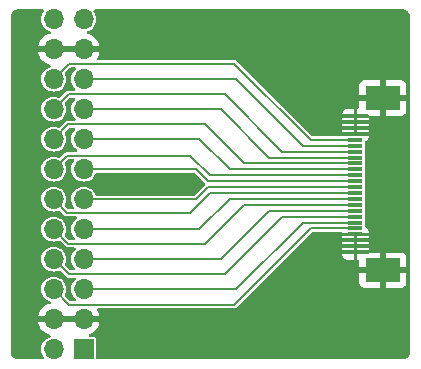
<source format=gbr>
%TF.GenerationSoftware,KiCad,Pcbnew,8.0.3-8.0.3-0~ubuntu23.10.1*%
%TF.CreationDate,2024-10-20T15:16:08-04:00*%
%TF.ProjectId,24Pin,32345069-6e2e-46b6-9963-61645f706362,rev?*%
%TF.SameCoordinates,Original*%
%TF.FileFunction,Copper,L1,Top*%
%TF.FilePolarity,Positive*%
%FSLAX46Y46*%
G04 Gerber Fmt 4.6, Leading zero omitted, Abs format (unit mm)*
G04 Created by KiCad (PCBNEW 8.0.3-8.0.3-0~ubuntu23.10.1) date 2024-10-20 15:16:08*
%MOMM*%
%LPD*%
G01*
G04 APERTURE LIST*
%TA.AperFunction,SMDPad,CuDef*%
%ADD10R,1.250000X0.300000*%
%TD*%
%TA.AperFunction,SMDPad,CuDef*%
%ADD11R,3.000000X2.000000*%
%TD*%
%TA.AperFunction,ComponentPad*%
%ADD12R,1.700000X1.700000*%
%TD*%
%TA.AperFunction,ComponentPad*%
%ADD13O,1.700000X1.700000*%
%TD*%
%TA.AperFunction,ViaPad*%
%ADD14C,0.600000*%
%TD*%
%TA.AperFunction,Conductor*%
%ADD15C,0.200000*%
%TD*%
G04 APERTURE END LIST*
D10*
%TO.P,J2,1,Pin_1*%
%TO.N,GND*%
X138650000Y-95750000D03*
%TO.P,J2,2,Pin_2*%
X138650000Y-95250000D03*
%TO.P,J2,3,Pin_3*%
X138650000Y-94750000D03*
%TO.P,J2,4,Pin_4*%
X138650000Y-94250000D03*
%TO.P,J2,5,Pin_5*%
%TO.N,/IN0-*%
X138650000Y-93750000D03*
%TO.P,J2,6,Pin_6*%
%TO.N,/IN0+*%
X138650000Y-93250000D03*
%TO.P,J2,7,Pin_7*%
%TO.N,/IN1+*%
X138650000Y-92750000D03*
%TO.P,J2,8,Pin_8*%
%TO.N,/IN1-*%
X138650000Y-92250000D03*
%TO.P,J2,9,Pin_9*%
%TO.N,/IN2-*%
X138650000Y-91750000D03*
%TO.P,J2,10,Pin_10*%
%TO.N,/IN2+*%
X138650000Y-91250000D03*
%TO.P,J2,11,Pin_11*%
%TO.N,/IN3+*%
X138650000Y-90750000D03*
%TO.P,J2,12,Pin_12*%
%TO.N,/IN3-*%
X138650000Y-90250000D03*
%TO.P,J2,13,Pin_13*%
%TO.N,/IN4+*%
X138650000Y-89750000D03*
%TO.P,J2,14,Pin_14*%
%TO.N,/IN4-*%
X138650000Y-89250000D03*
%TO.P,J2,15,Pin_15*%
%TO.N,/IN5-*%
X138650000Y-88750000D03*
%TO.P,J2,16,Pin_16*%
%TO.N,/IN5+*%
X138650000Y-88250000D03*
%TO.P,J2,17,Pin_17*%
%TO.N,/IN6+*%
X138650000Y-87750000D03*
%TO.P,J2,18,Pin_18*%
%TO.N,/IN6-*%
X138650000Y-87250000D03*
%TO.P,J2,19,Pin_19*%
%TO.N,/IN7-*%
X138650000Y-86750000D03*
%TO.P,J2,20,Pin_20*%
%TO.N,/IN7+*%
X138650000Y-86250000D03*
%TO.P,J2,21,Pin_21*%
%TO.N,GND*%
X138650000Y-85750000D03*
%TO.P,J2,22,Pin_22*%
X138650000Y-85250000D03*
%TO.P,J2,23,Pin_23*%
X138650000Y-84750000D03*
%TO.P,J2,24,Pin_24*%
X138650000Y-84250000D03*
D11*
%TO.P,J2,MP,MountPin*%
X140975000Y-97290000D03*
X140975000Y-82710000D03*
%TD*%
D12*
%TO.P,J1,1,Pin_1*%
%TO.N,/SDA{slash}A4*%
X115650000Y-103975000D03*
D13*
%TO.P,J1,2,Pin_2*%
%TO.N,/SCL{slash}A5*%
X113110000Y-103975000D03*
%TO.P,J1,3,Pin_3*%
%TO.N,GND*%
X115650000Y-101435000D03*
%TO.P,J1,4,Pin_4*%
X113110000Y-101435000D03*
%TO.P,J1,5,Pin_5*%
%TO.N,/IN0+*%
X115650000Y-98895000D03*
%TO.P,J1,6,Pin_6*%
%TO.N,/IN0-*%
X113110000Y-98895000D03*
%TO.P,J1,7,Pin_7*%
%TO.N,/IN1-*%
X115650000Y-96355000D03*
%TO.P,J1,8,Pin_8*%
%TO.N,/IN1+*%
X113110000Y-96355000D03*
%TO.P,J1,9,Pin_9*%
%TO.N,/IN2+*%
X115650000Y-93815000D03*
%TO.P,J1,10,Pin_10*%
%TO.N,/IN2-*%
X113110000Y-93815000D03*
%TO.P,J1,11,Pin_11*%
%TO.N,/IN3-*%
X115650000Y-91275000D03*
%TO.P,J1,12,Pin_12*%
%TO.N,/IN3+*%
X113110000Y-91275000D03*
%TO.P,J1,13,Pin_13*%
%TO.N,/IN4+*%
X115650000Y-88735000D03*
%TO.P,J1,14,Pin_14*%
%TO.N,/IN4-*%
X113110000Y-88735000D03*
%TO.P,J1,15,Pin_15*%
%TO.N,/IN5-*%
X115650000Y-86195000D03*
%TO.P,J1,16,Pin_16*%
%TO.N,/IN5+*%
X113110000Y-86195000D03*
%TO.P,J1,17,Pin_17*%
%TO.N,/IN6+*%
X115650000Y-83655000D03*
%TO.P,J1,18,Pin_18*%
%TO.N,/IN6-*%
X113110000Y-83655000D03*
%TO.P,J1,19,Pin_19*%
%TO.N,/IN7-*%
X115650000Y-81115000D03*
%TO.P,J1,20,Pin_20*%
%TO.N,/IN7+*%
X113110000Y-81115000D03*
%TO.P,J1,21,Pin_21*%
%TO.N,GND*%
X115650000Y-78575000D03*
%TO.P,J1,22,Pin_22*%
X113110000Y-78575000D03*
%TO.P,J1,23,Pin_23*%
%TO.N,/A0*%
X115650000Y-76035000D03*
%TO.P,J1,24,Pin_24*%
%TO.N,VIN*%
X113110000Y-76035000D03*
%TD*%
D14*
%TO.N,GND*%
X142057618Y-102480000D03*
X142057618Y-99940000D03*
X142057618Y-94860000D03*
X142057618Y-92320000D03*
X142057618Y-89780000D03*
X142057618Y-87240000D03*
X142057618Y-84700000D03*
X142057618Y-79620000D03*
X142057618Y-77080000D03*
X139517618Y-102480000D03*
X139517618Y-99940000D03*
X139517618Y-79620000D03*
X139517618Y-77080000D03*
X136977618Y-102480000D03*
X136977618Y-97400000D03*
X136977618Y-79620000D03*
X136977618Y-77080000D03*
X134437618Y-102480000D03*
X134437618Y-99940000D03*
X134437618Y-97400000D03*
X134437618Y-82160000D03*
X134437618Y-77080000D03*
X131897618Y-102480000D03*
X131897618Y-99940000D03*
X131897618Y-79620000D03*
X131897618Y-77080000D03*
X129357618Y-102480000D03*
X129357618Y-77080000D03*
X126817618Y-102480000D03*
X126817618Y-77080000D03*
X124277618Y-102480000D03*
X124277618Y-77080000D03*
X121737618Y-102480000D03*
X121737618Y-77080000D03*
X119197618Y-102480000D03*
X119197618Y-77080000D03*
X111577618Y-102480000D03*
X111577618Y-99940000D03*
X111577618Y-97400000D03*
X111577618Y-94860000D03*
X111577618Y-92320000D03*
X111577618Y-89780000D03*
X111577618Y-87240000D03*
X111577618Y-84700000D03*
X111577618Y-82160000D03*
X111577618Y-79620000D03*
X111577618Y-77080000D03*
X119000000Y-90000000D03*
X122000000Y-90000000D03*
X125000000Y-90000000D03*
X137000000Y-95000000D03*
X137000000Y-85000000D03*
%TD*%
D15*
%TO.N,/IN3+*%
X126310000Y-90750000D02*
X124635000Y-92425000D01*
X114260000Y-92425000D02*
X113110000Y-91275000D01*
X124635000Y-92425000D02*
X114260000Y-92425000D01*
X138650000Y-90750000D02*
X126310000Y-90750000D01*
%TO.N,/IN2+*%
X138650000Y-91250000D02*
X128000000Y-91250000D01*
X125435000Y-93815000D02*
X115650000Y-93815000D01*
X128000000Y-91250000D02*
X125435000Y-93815000D01*
%TO.N,/IN0+*%
X128545000Y-98895000D02*
X115650000Y-98895000D01*
X138650000Y-93250000D02*
X134190000Y-93250000D01*
X134190000Y-93250000D02*
X128545000Y-98895000D01*
%TO.N,/IN5-*%
X125435000Y-86185000D02*
X115650000Y-86185000D01*
X138650000Y-88750000D02*
X128000000Y-88750000D01*
X128000000Y-88750000D02*
X125435000Y-86185000D01*
%TO.N,/IN6-*%
X113110000Y-83645000D02*
X114365000Y-82390000D01*
X127610000Y-82390000D02*
X132470000Y-87250000D01*
X132470000Y-87250000D02*
X138650000Y-87250000D01*
X114365000Y-82390000D02*
X127610000Y-82390000D01*
%TO.N,/IN3-*%
X115650000Y-91275000D02*
X125125000Y-91275000D01*
X126150000Y-90250000D02*
X138650000Y-90250000D01*
X125125000Y-91275000D02*
X126150000Y-90250000D01*
%TO.N,/IN1+*%
X114365000Y-97610000D02*
X127610000Y-97610000D01*
X113110000Y-96355000D02*
X114365000Y-97610000D01*
X127610000Y-97610000D02*
X132470000Y-92750000D01*
X132470000Y-92750000D02*
X138650000Y-92750000D01*
%TO.N,GND*%
X113110000Y-78575000D02*
X115650000Y-78575000D01*
X115650000Y-101425000D02*
X134345000Y-101425000D01*
X115650000Y-101435000D02*
X113110000Y-101435000D01*
X134345000Y-78575000D02*
X138650000Y-82880000D01*
X113110000Y-101425000D02*
X115650000Y-101425000D01*
X134345000Y-101425000D02*
X138650000Y-97120000D01*
X115650000Y-78575000D02*
X134345000Y-78575000D01*
X138650000Y-97120000D02*
X138650000Y-94250000D01*
X138650000Y-82880000D02*
X138650000Y-85750000D01*
%TO.N,/IN5+*%
X129210000Y-88250000D02*
X138650000Y-88250000D01*
X114355000Y-84940000D02*
X125900000Y-84940000D01*
X125900000Y-84940000D02*
X129210000Y-88250000D01*
X113110000Y-86185000D02*
X114355000Y-84940000D01*
%TO.N,/IN6+*%
X138650000Y-87750000D02*
X131370000Y-87750000D01*
X131370000Y-87750000D02*
X127265000Y-83645000D01*
X127265000Y-83645000D02*
X115650000Y-83645000D01*
%TO.N,/IN4+*%
X115650000Y-88725000D02*
X125125000Y-88725000D01*
X126150000Y-89750000D02*
X138650000Y-89750000D01*
X125125000Y-88725000D02*
X126150000Y-89750000D01*
%TO.N,/IN7+*%
X128410000Y-79800000D02*
X134860000Y-86250000D01*
X114415000Y-79800000D02*
X128410000Y-79800000D01*
X134860000Y-86250000D02*
X138650000Y-86250000D01*
X113110000Y-81105000D02*
X114415000Y-79800000D01*
%TO.N,/IN4-*%
X138650000Y-89250000D02*
X126310000Y-89250000D01*
X124635000Y-87575000D02*
X114260000Y-87575000D01*
X126310000Y-89250000D02*
X124635000Y-87575000D01*
X114260000Y-87575000D02*
X113110000Y-88725000D01*
%TO.N,/IN1-*%
X131370000Y-92250000D02*
X127265000Y-96355000D01*
X127265000Y-96355000D02*
X115650000Y-96355000D01*
X138650000Y-92250000D02*
X131370000Y-92250000D01*
%TO.N,/IN2-*%
X114355000Y-95060000D02*
X125900000Y-95060000D01*
X129210000Y-91750000D02*
X138650000Y-91750000D01*
X125900000Y-95060000D02*
X129210000Y-91750000D01*
X113110000Y-93815000D02*
X114355000Y-95060000D01*
%TO.N,/IN0-*%
X134860000Y-93750000D02*
X138650000Y-93750000D01*
X128410000Y-100200000D02*
X134860000Y-93750000D01*
X114415000Y-100200000D02*
X128410000Y-100200000D01*
X113110000Y-98895000D02*
X114415000Y-100200000D01*
%TO.N,/IN7-*%
X138650000Y-86750000D02*
X134190000Y-86750000D01*
X128545000Y-81105000D02*
X115650000Y-81105000D01*
X134190000Y-86750000D02*
X128545000Y-81105000D01*
%TD*%
%TA.AperFunction,Conductor*%
%TO.N,GND*%
G36*
X112236643Y-75225185D02*
G01*
X112282398Y-75277989D01*
X112292342Y-75347147D01*
X112265458Y-75408164D01*
X112232317Y-75448546D01*
X112134769Y-75631043D01*
X112134768Y-75631045D01*
X112134768Y-75631046D01*
X112127898Y-75653692D01*
X112074699Y-75829067D01*
X112054417Y-76035000D01*
X112074699Y-76240932D01*
X112074700Y-76240934D01*
X112134768Y-76438954D01*
X112232315Y-76621450D01*
X112232317Y-76621452D01*
X112363589Y-76781410D01*
X112460209Y-76860702D01*
X112523550Y-76912685D01*
X112706046Y-77010232D01*
X112772551Y-77030405D01*
X112830989Y-77068702D01*
X112859446Y-77132514D01*
X112848887Y-77201581D01*
X112802663Y-77253975D01*
X112768650Y-77268841D01*
X112646514Y-77301567D01*
X112646507Y-77301570D01*
X112432422Y-77401399D01*
X112432420Y-77401400D01*
X112238926Y-77536886D01*
X112238920Y-77536891D01*
X112071891Y-77703920D01*
X112071886Y-77703926D01*
X111936400Y-77897420D01*
X111936399Y-77897422D01*
X111836570Y-78111507D01*
X111836567Y-78111513D01*
X111779364Y-78324999D01*
X111779364Y-78325000D01*
X112676988Y-78325000D01*
X112644075Y-78382007D01*
X112610000Y-78509174D01*
X112610000Y-78640826D01*
X112644075Y-78767993D01*
X112676988Y-78825000D01*
X111779364Y-78825000D01*
X111836567Y-79038486D01*
X111836570Y-79038492D01*
X111936399Y-79252578D01*
X112071894Y-79446082D01*
X112238917Y-79613105D01*
X112432421Y-79748600D01*
X112646507Y-79848429D01*
X112646516Y-79848433D01*
X112768649Y-79881158D01*
X112828310Y-79917523D01*
X112858839Y-79980369D01*
X112850545Y-80049745D01*
X112806059Y-80103623D01*
X112772552Y-80119593D01*
X112706046Y-80139767D01*
X112606898Y-80192764D01*
X112523550Y-80237315D01*
X112523548Y-80237316D01*
X112523547Y-80237317D01*
X112363589Y-80368589D01*
X112232317Y-80528547D01*
X112134769Y-80711043D01*
X112074699Y-80909067D01*
X112054417Y-81115000D01*
X112074699Y-81320932D01*
X112100689Y-81406610D01*
X112134768Y-81518954D01*
X112232315Y-81701450D01*
X112232317Y-81701452D01*
X112363589Y-81861410D01*
X112443991Y-81927393D01*
X112523550Y-81992685D01*
X112706046Y-82090232D01*
X112904066Y-82150300D01*
X112904065Y-82150300D01*
X112922529Y-82152118D01*
X113110000Y-82170583D01*
X113315934Y-82150300D01*
X113513954Y-82090232D01*
X113696450Y-81992685D01*
X113856410Y-81861410D01*
X113987685Y-81701450D01*
X114085232Y-81518954D01*
X114145300Y-81320934D01*
X114165583Y-81115000D01*
X114145300Y-80909066D01*
X114085232Y-80711046D01*
X114074137Y-80690290D01*
X114059895Y-80621889D01*
X114084893Y-80556645D01*
X114095806Y-80544163D01*
X114503152Y-80136819D01*
X114564475Y-80103334D01*
X114590833Y-80100500D01*
X114883702Y-80100500D01*
X114950741Y-80120185D01*
X114996496Y-80172989D01*
X115006440Y-80242147D01*
X114977415Y-80305703D01*
X114962366Y-80320354D01*
X114903589Y-80368589D01*
X114772317Y-80528547D01*
X114674769Y-80711043D01*
X114614699Y-80909067D01*
X114594417Y-81115000D01*
X114614699Y-81320932D01*
X114640689Y-81406610D01*
X114674768Y-81518954D01*
X114772315Y-81701450D01*
X114772317Y-81701452D01*
X114903590Y-81861410D01*
X114913626Y-81869647D01*
X114952960Y-81927393D01*
X114954831Y-81997238D01*
X114918643Y-82057006D01*
X114855887Y-82087722D01*
X114834961Y-82089500D01*
X114325438Y-82089500D01*
X114287224Y-82099739D01*
X114249009Y-82109979D01*
X114249004Y-82109982D01*
X114180495Y-82149535D01*
X114180487Y-82149541D01*
X113667810Y-82662218D01*
X113606487Y-82695703D01*
X113536795Y-82690719D01*
X113521675Y-82683895D01*
X113513957Y-82679769D01*
X113513954Y-82679768D01*
X113315934Y-82619700D01*
X113315932Y-82619699D01*
X113315934Y-82619699D01*
X113110000Y-82599417D01*
X112904067Y-82619699D01*
X112706043Y-82679769D01*
X112617220Y-82727247D01*
X112523550Y-82777315D01*
X112523548Y-82777316D01*
X112523547Y-82777317D01*
X112363589Y-82908589D01*
X112232317Y-83068547D01*
X112134769Y-83251043D01*
X112074699Y-83449067D01*
X112054417Y-83655000D01*
X112074699Y-83860932D01*
X112100689Y-83946610D01*
X112134768Y-84058954D01*
X112232315Y-84241450D01*
X112232317Y-84241452D01*
X112363589Y-84401410D01*
X112403663Y-84434297D01*
X112523550Y-84532685D01*
X112706046Y-84630232D01*
X112904066Y-84690300D01*
X112904065Y-84690300D01*
X112922529Y-84692118D01*
X113110000Y-84710583D01*
X113315934Y-84690300D01*
X113513954Y-84630232D01*
X113696450Y-84532685D01*
X113856410Y-84401410D01*
X113987685Y-84241450D01*
X114085232Y-84058954D01*
X114145300Y-83860934D01*
X114165583Y-83655000D01*
X114145300Y-83449066D01*
X114085232Y-83251046D01*
X114074137Y-83230290D01*
X114059895Y-83161889D01*
X114084893Y-83096645D01*
X114095806Y-83084164D01*
X114453152Y-82726819D01*
X114514475Y-82693334D01*
X114540833Y-82690500D01*
X114822776Y-82690500D01*
X114889815Y-82710185D01*
X114935570Y-82762989D01*
X114945514Y-82832147D01*
X114916489Y-82895703D01*
X114907788Y-82904173D01*
X114907897Y-82904282D01*
X114903592Y-82908586D01*
X114772317Y-83068547D01*
X114674769Y-83251043D01*
X114614699Y-83449067D01*
X114594417Y-83655000D01*
X114614699Y-83860932D01*
X114640689Y-83946610D01*
X114674768Y-84058954D01*
X114772315Y-84241450D01*
X114772317Y-84241452D01*
X114903590Y-84401410D01*
X114925811Y-84419647D01*
X114965145Y-84477393D01*
X114967016Y-84547237D01*
X114930828Y-84607006D01*
X114868072Y-84637721D01*
X114847146Y-84639500D01*
X114315438Y-84639500D01*
X114277224Y-84649739D01*
X114239009Y-84659979D01*
X114239008Y-84659980D01*
X114186493Y-84690300D01*
X114170492Y-84699538D01*
X114170486Y-84699542D01*
X113667810Y-85202218D01*
X113606487Y-85235703D01*
X113536795Y-85230719D01*
X113521675Y-85223895D01*
X113513957Y-85219769D01*
X113513954Y-85219768D01*
X113315934Y-85159700D01*
X113315932Y-85159699D01*
X113315934Y-85159699D01*
X113110000Y-85139417D01*
X112904067Y-85159699D01*
X112706043Y-85219769D01*
X112617220Y-85267247D01*
X112523550Y-85317315D01*
X112523548Y-85317316D01*
X112523547Y-85317317D01*
X112363589Y-85448589D01*
X112232317Y-85608547D01*
X112134769Y-85791043D01*
X112074699Y-85989067D01*
X112054417Y-86195000D01*
X112074699Y-86400932D01*
X112100689Y-86486610D01*
X112134768Y-86598954D01*
X112232315Y-86781450D01*
X112266969Y-86823677D01*
X112363589Y-86941410D01*
X112460209Y-87020702D01*
X112523550Y-87072685D01*
X112706046Y-87170232D01*
X112904066Y-87230300D01*
X112904065Y-87230300D01*
X112922529Y-87232118D01*
X113110000Y-87250583D01*
X113315934Y-87230300D01*
X113513954Y-87170232D01*
X113696450Y-87072685D01*
X113856410Y-86941410D01*
X113987685Y-86781450D01*
X114085232Y-86598954D01*
X114145300Y-86400934D01*
X114165583Y-86195000D01*
X114145300Y-85989066D01*
X114085232Y-85791046D01*
X114074137Y-85770290D01*
X114059895Y-85701889D01*
X114084893Y-85636645D01*
X114095806Y-85624164D01*
X114443152Y-85276819D01*
X114504475Y-85243334D01*
X114530833Y-85240500D01*
X114812317Y-85240500D01*
X114879356Y-85260185D01*
X114925111Y-85312989D01*
X114935055Y-85382147D01*
X114907024Y-85443526D01*
X114907455Y-85443880D01*
X114906119Y-85445507D01*
X114906030Y-85445703D01*
X114905430Y-85446346D01*
X114772317Y-85608547D01*
X114674769Y-85791043D01*
X114614699Y-85989067D01*
X114594417Y-86195000D01*
X114614699Y-86400932D01*
X114640689Y-86486610D01*
X114674768Y-86598954D01*
X114772315Y-86781450D01*
X114806969Y-86823677D01*
X114903589Y-86941410D01*
X115041569Y-87054646D01*
X115080904Y-87112392D01*
X115082775Y-87182237D01*
X115046588Y-87242005D01*
X114983832Y-87272721D01*
X114962905Y-87274500D01*
X114220438Y-87274500D01*
X114144010Y-87294978D01*
X114075489Y-87334540D01*
X114075486Y-87334542D01*
X113667810Y-87742218D01*
X113606487Y-87775703D01*
X113536795Y-87770719D01*
X113521675Y-87763895D01*
X113513957Y-87759769D01*
X113513954Y-87759768D01*
X113315934Y-87699700D01*
X113315932Y-87699699D01*
X113315934Y-87699699D01*
X113110000Y-87679417D01*
X112904067Y-87699699D01*
X112706043Y-87759769D01*
X112632383Y-87799142D01*
X112523550Y-87857315D01*
X112523548Y-87857316D01*
X112523547Y-87857317D01*
X112363589Y-87988589D01*
X112232318Y-88148546D01*
X112232315Y-88148550D01*
X112217298Y-88176645D01*
X112134769Y-88331043D01*
X112074699Y-88529067D01*
X112054417Y-88735000D01*
X112074699Y-88940932D01*
X112100689Y-89026610D01*
X112134768Y-89138954D01*
X112232315Y-89321450D01*
X112232317Y-89321452D01*
X112363589Y-89481410D01*
X112415720Y-89524192D01*
X112523550Y-89612685D01*
X112706046Y-89710232D01*
X112904066Y-89770300D01*
X112904065Y-89770300D01*
X112922529Y-89772118D01*
X113110000Y-89790583D01*
X113315934Y-89770300D01*
X113513954Y-89710232D01*
X113696450Y-89612685D01*
X113856410Y-89481410D01*
X113987685Y-89321450D01*
X114085232Y-89138954D01*
X114145300Y-88940934D01*
X114165583Y-88735000D01*
X114145300Y-88529066D01*
X114085232Y-88331046D01*
X114074137Y-88310290D01*
X114059895Y-88241889D01*
X114084893Y-88176645D01*
X114095798Y-88164171D01*
X114348153Y-87911816D01*
X114409475Y-87878334D01*
X114435833Y-87875500D01*
X114734225Y-87875500D01*
X114801264Y-87895185D01*
X114847019Y-87947989D01*
X114856963Y-88017147D01*
X114830078Y-88078165D01*
X114772317Y-88148546D01*
X114674769Y-88331043D01*
X114614699Y-88529067D01*
X114594417Y-88735000D01*
X114614699Y-88940932D01*
X114640689Y-89026610D01*
X114674768Y-89138954D01*
X114772315Y-89321450D01*
X114772317Y-89321452D01*
X114903589Y-89481410D01*
X114955720Y-89524192D01*
X115063550Y-89612685D01*
X115246046Y-89710232D01*
X115444066Y-89770300D01*
X115444065Y-89770300D01*
X115462529Y-89772118D01*
X115650000Y-89790583D01*
X115855934Y-89770300D01*
X116053954Y-89710232D01*
X116236450Y-89612685D01*
X116396410Y-89481410D01*
X116527685Y-89321450D01*
X116625232Y-89138954D01*
X116632952Y-89113503D01*
X116671249Y-89055066D01*
X116735061Y-89026610D01*
X116751612Y-89025500D01*
X124949167Y-89025500D01*
X125016206Y-89045185D01*
X125036848Y-89061819D01*
X125887347Y-89912318D01*
X125920832Y-89973641D01*
X125915848Y-90043333D01*
X125887347Y-90087680D01*
X125036848Y-90938181D01*
X124975525Y-90971666D01*
X124949167Y-90974500D01*
X116748579Y-90974500D01*
X116681540Y-90954815D01*
X116635785Y-90902011D01*
X116629919Y-90886497D01*
X116629677Y-90885701D01*
X116625232Y-90871046D01*
X116527685Y-90688550D01*
X116438808Y-90580252D01*
X116396410Y-90528589D01*
X116236452Y-90397317D01*
X116236453Y-90397317D01*
X116236450Y-90397315D01*
X116053954Y-90299768D01*
X115855934Y-90239700D01*
X115855932Y-90239699D01*
X115855934Y-90239699D01*
X115650000Y-90219417D01*
X115444067Y-90239699D01*
X115246043Y-90299769D01*
X115135898Y-90358643D01*
X115063550Y-90397315D01*
X115063548Y-90397316D01*
X115063547Y-90397317D01*
X114903589Y-90528589D01*
X114772317Y-90688547D01*
X114674769Y-90871043D01*
X114614699Y-91069067D01*
X114594417Y-91275000D01*
X114614699Y-91480932D01*
X114627087Y-91521769D01*
X114674768Y-91678954D01*
X114729154Y-91780703D01*
X114772317Y-91861453D01*
X114821871Y-91921835D01*
X114849184Y-91986145D01*
X114837393Y-92055013D01*
X114790240Y-92106573D01*
X114726018Y-92124500D01*
X114435833Y-92124500D01*
X114368794Y-92104815D01*
X114348152Y-92088181D01*
X114099298Y-91839327D01*
X114065813Y-91778004D01*
X114070797Y-91708312D01*
X114077618Y-91693197D01*
X114085232Y-91678954D01*
X114145300Y-91480934D01*
X114165583Y-91275000D01*
X114145300Y-91069066D01*
X114085232Y-90871046D01*
X113987685Y-90688550D01*
X113898808Y-90580252D01*
X113856410Y-90528589D01*
X113696452Y-90397317D01*
X113696453Y-90397317D01*
X113696450Y-90397315D01*
X113513954Y-90299768D01*
X113315934Y-90239700D01*
X113315932Y-90239699D01*
X113315934Y-90239699D01*
X113110000Y-90219417D01*
X112904067Y-90239699D01*
X112706043Y-90299769D01*
X112595898Y-90358643D01*
X112523550Y-90397315D01*
X112523548Y-90397316D01*
X112523547Y-90397317D01*
X112363589Y-90528589D01*
X112232317Y-90688547D01*
X112134769Y-90871043D01*
X112074699Y-91069067D01*
X112054417Y-91275000D01*
X112074699Y-91480932D01*
X112087087Y-91521769D01*
X112134768Y-91678954D01*
X112232315Y-91861450D01*
X112266969Y-91903677D01*
X112363589Y-92021410D01*
X112444951Y-92088181D01*
X112523550Y-92152685D01*
X112706046Y-92250232D01*
X112904066Y-92310300D01*
X112904065Y-92310300D01*
X112922529Y-92312118D01*
X113110000Y-92330583D01*
X113315934Y-92310300D01*
X113513954Y-92250232D01*
X113528191Y-92242621D01*
X113596592Y-92228379D01*
X113661837Y-92253377D01*
X113674327Y-92264298D01*
X114075489Y-92665460D01*
X114121712Y-92692147D01*
X114144008Y-92705020D01*
X114144012Y-92705022D01*
X114220438Y-92725500D01*
X114220440Y-92725500D01*
X114975090Y-92725500D01*
X115042129Y-92745185D01*
X115087884Y-92797989D01*
X115097828Y-92867147D01*
X115068803Y-92930703D01*
X115053754Y-92945354D01*
X114903589Y-93068589D01*
X114772317Y-93228547D01*
X114772315Y-93228550D01*
X114754339Y-93262181D01*
X114674769Y-93411043D01*
X114614699Y-93609067D01*
X114594417Y-93815000D01*
X114614699Y-94020932D01*
X114637173Y-94095020D01*
X114674768Y-94218954D01*
X114772315Y-94401450D01*
X114810379Y-94447831D01*
X114899836Y-94556836D01*
X114927148Y-94621146D01*
X114915357Y-94690013D01*
X114868204Y-94741573D01*
X114803982Y-94759500D01*
X114530833Y-94759500D01*
X114463794Y-94739815D01*
X114443152Y-94723181D01*
X114099298Y-94379327D01*
X114065813Y-94318004D01*
X114070797Y-94248312D01*
X114077618Y-94233197D01*
X114085232Y-94218954D01*
X114145300Y-94020934D01*
X114165583Y-93815000D01*
X114145300Y-93609066D01*
X114085232Y-93411046D01*
X113987685Y-93228550D01*
X113901054Y-93122989D01*
X113856410Y-93068589D01*
X113738677Y-92971969D01*
X113696450Y-92937315D01*
X113513954Y-92839768D01*
X113315934Y-92779700D01*
X113315932Y-92779699D01*
X113315934Y-92779699D01*
X113110000Y-92759417D01*
X112904067Y-92779699D01*
X112706043Y-92839769D01*
X112616544Y-92887608D01*
X112523550Y-92937315D01*
X112523548Y-92937316D01*
X112523547Y-92937317D01*
X112363589Y-93068589D01*
X112232317Y-93228547D01*
X112232315Y-93228550D01*
X112214339Y-93262181D01*
X112134769Y-93411043D01*
X112074699Y-93609067D01*
X112054417Y-93815000D01*
X112074699Y-94020932D01*
X112097173Y-94095020D01*
X112134768Y-94218954D01*
X112232315Y-94401450D01*
X112232317Y-94401452D01*
X112363589Y-94561410D01*
X112410612Y-94600000D01*
X112523550Y-94692685D01*
X112706046Y-94790232D01*
X112904066Y-94850300D01*
X112904065Y-94850300D01*
X112922529Y-94852118D01*
X113110000Y-94870583D01*
X113315934Y-94850300D01*
X113513954Y-94790232D01*
X113528191Y-94782621D01*
X113596592Y-94768379D01*
X113661837Y-94793377D01*
X113674327Y-94804298D01*
X114114540Y-95244511D01*
X114170489Y-95300460D01*
X114170491Y-95300461D01*
X114170495Y-95300464D01*
X114239004Y-95340017D01*
X114239011Y-95340021D01*
X114315438Y-95360500D01*
X114394562Y-95360500D01*
X114859331Y-95360500D01*
X114926370Y-95380185D01*
X114972125Y-95432989D01*
X114982069Y-95502147D01*
X114953044Y-95565703D01*
X114937996Y-95580353D01*
X114903590Y-95608589D01*
X114772317Y-95768547D01*
X114674769Y-95951043D01*
X114614699Y-96149067D01*
X114594417Y-96355000D01*
X114614699Y-96560932D01*
X114637173Y-96635020D01*
X114674768Y-96758954D01*
X114772315Y-96941450D01*
X114772317Y-96941452D01*
X114907455Y-97106120D01*
X114905435Y-97107777D01*
X114933483Y-97159142D01*
X114928499Y-97228834D01*
X114886627Y-97284767D01*
X114821163Y-97309184D01*
X114812317Y-97309500D01*
X114540833Y-97309500D01*
X114473794Y-97289815D01*
X114453152Y-97273181D01*
X114099298Y-96919327D01*
X114065813Y-96858004D01*
X114070797Y-96788312D01*
X114077618Y-96773197D01*
X114085232Y-96758954D01*
X114145300Y-96560934D01*
X114165583Y-96355000D01*
X114145300Y-96149066D01*
X114085232Y-95951046D01*
X113987685Y-95768550D01*
X113935702Y-95705209D01*
X113856410Y-95608589D01*
X113696452Y-95477317D01*
X113696453Y-95477317D01*
X113696450Y-95477315D01*
X113513954Y-95379768D01*
X113315934Y-95319700D01*
X113315932Y-95319699D01*
X113315934Y-95319699D01*
X113110000Y-95299417D01*
X112904067Y-95319699D01*
X112706043Y-95379769D01*
X112606477Y-95432989D01*
X112523550Y-95477315D01*
X112523548Y-95477316D01*
X112523547Y-95477317D01*
X112363589Y-95608589D01*
X112232317Y-95768547D01*
X112134769Y-95951043D01*
X112074699Y-96149067D01*
X112054417Y-96355000D01*
X112074699Y-96560932D01*
X112097173Y-96635020D01*
X112134768Y-96758954D01*
X112232315Y-96941450D01*
X112232317Y-96941452D01*
X112363589Y-97101410D01*
X112460209Y-97180702D01*
X112523550Y-97232685D01*
X112706046Y-97330232D01*
X112904066Y-97390300D01*
X112904065Y-97390300D01*
X112922529Y-97392118D01*
X113110000Y-97410583D01*
X113315934Y-97390300D01*
X113513954Y-97330232D01*
X113528191Y-97322621D01*
X113596592Y-97308379D01*
X113661837Y-97333377D01*
X113674327Y-97344298D01*
X114124540Y-97794511D01*
X114180489Y-97850460D01*
X114180491Y-97850461D01*
X114180495Y-97850464D01*
X114196491Y-97859699D01*
X114249011Y-97890021D01*
X114325438Y-97910500D01*
X114404562Y-97910500D01*
X114847146Y-97910500D01*
X114914185Y-97930185D01*
X114959940Y-97982989D01*
X114969884Y-98052147D01*
X114940859Y-98115703D01*
X114925811Y-98130353D01*
X114903590Y-98148589D01*
X114772317Y-98308547D01*
X114674769Y-98491043D01*
X114614699Y-98689067D01*
X114594417Y-98895000D01*
X114614699Y-99100932D01*
X114614700Y-99100934D01*
X114674768Y-99298954D01*
X114772315Y-99481450D01*
X114772317Y-99481452D01*
X114903589Y-99641410D01*
X114950181Y-99679646D01*
X114989516Y-99737392D01*
X114991387Y-99807236D01*
X114955200Y-99867005D01*
X114892445Y-99897721D01*
X114871517Y-99899500D01*
X114590833Y-99899500D01*
X114523794Y-99879815D01*
X114503152Y-99863181D01*
X114099298Y-99459327D01*
X114065813Y-99398004D01*
X114070797Y-99328312D01*
X114077618Y-99313197D01*
X114085232Y-99298954D01*
X114145300Y-99100934D01*
X114165583Y-98895000D01*
X114145300Y-98689066D01*
X114085232Y-98491046D01*
X113987685Y-98308550D01*
X113935702Y-98245209D01*
X113856410Y-98148589D01*
X113696452Y-98017317D01*
X113696453Y-98017317D01*
X113696450Y-98017315D01*
X113513954Y-97919768D01*
X113315934Y-97859700D01*
X113315932Y-97859699D01*
X113315934Y-97859699D01*
X113110000Y-97839417D01*
X112904067Y-97859699D01*
X112706043Y-97919769D01*
X112595898Y-97978643D01*
X112523550Y-98017315D01*
X112523548Y-98017316D01*
X112523547Y-98017317D01*
X112363589Y-98148589D01*
X112232317Y-98308547D01*
X112134769Y-98491043D01*
X112074699Y-98689067D01*
X112054417Y-98895000D01*
X112074699Y-99100932D01*
X112074700Y-99100934D01*
X112134768Y-99298954D01*
X112232315Y-99481450D01*
X112232317Y-99481452D01*
X112363589Y-99641410D01*
X112428033Y-99694297D01*
X112523550Y-99772685D01*
X112706046Y-99870232D01*
X112772551Y-99890405D01*
X112830989Y-99928702D01*
X112859446Y-99992514D01*
X112848887Y-100061581D01*
X112802663Y-100113975D01*
X112768650Y-100128841D01*
X112646514Y-100161567D01*
X112646507Y-100161570D01*
X112432422Y-100261399D01*
X112432420Y-100261400D01*
X112238926Y-100396886D01*
X112238920Y-100396891D01*
X112071891Y-100563920D01*
X112071886Y-100563926D01*
X111936400Y-100757420D01*
X111936399Y-100757422D01*
X111836570Y-100971507D01*
X111836567Y-100971513D01*
X111779364Y-101184999D01*
X111779364Y-101185000D01*
X112676988Y-101185000D01*
X112644075Y-101242007D01*
X112610000Y-101369174D01*
X112610000Y-101500826D01*
X112644075Y-101627993D01*
X112676988Y-101685000D01*
X111779364Y-101685000D01*
X111836567Y-101898486D01*
X111836570Y-101898492D01*
X111936399Y-102112578D01*
X112071894Y-102306082D01*
X112238917Y-102473105D01*
X112432421Y-102608600D01*
X112646507Y-102708429D01*
X112646516Y-102708433D01*
X112768649Y-102741158D01*
X112828310Y-102777523D01*
X112858839Y-102840369D01*
X112850545Y-102909745D01*
X112806059Y-102963623D01*
X112772552Y-102979593D01*
X112706046Y-102999767D01*
X112618112Y-103046770D01*
X112523550Y-103097315D01*
X112523548Y-103097316D01*
X112523547Y-103097317D01*
X112363589Y-103228589D01*
X112232317Y-103388547D01*
X112134769Y-103571043D01*
X112074699Y-103769067D01*
X112054417Y-103975000D01*
X112074699Y-104180932D01*
X112074700Y-104180934D01*
X112134768Y-104378954D01*
X112211081Y-104521725D01*
X112232317Y-104561453D01*
X112265458Y-104601836D01*
X112292770Y-104666146D01*
X112280978Y-104735014D01*
X112233826Y-104786573D01*
X112169604Y-104804500D01*
X110016962Y-104804500D01*
X110003078Y-104803720D01*
X109990553Y-104802308D01*
X109912735Y-104793540D01*
X109885666Y-104787362D01*
X109806462Y-104759648D01*
X109781444Y-104747600D01*
X109710395Y-104702957D01*
X109688686Y-104685644D01*
X109629355Y-104626313D01*
X109612042Y-104604604D01*
X109584928Y-104561453D01*
X109567398Y-104533553D01*
X109555351Y-104508537D01*
X109527637Y-104429333D01*
X109521459Y-104402263D01*
X109511280Y-104311922D01*
X109510500Y-104298038D01*
X109510500Y-75711961D01*
X109511280Y-75698077D01*
X109511280Y-75698076D01*
X109521459Y-75607731D01*
X109527635Y-75580670D01*
X109555353Y-75501456D01*
X109567396Y-75476450D01*
X109612046Y-75405389D01*
X109629351Y-75383690D01*
X109688690Y-75324351D01*
X109710389Y-75307046D01*
X109781450Y-75262396D01*
X109806456Y-75250353D01*
X109885670Y-75222635D01*
X109912733Y-75216459D01*
X109975419Y-75209396D01*
X110003079Y-75206280D01*
X110016962Y-75205500D01*
X110075892Y-75205500D01*
X112169604Y-75205500D01*
X112236643Y-75225185D01*
G37*
%TD.AperFunction*%
%TA.AperFunction,Conductor*%
G36*
X142751922Y-75206280D02*
G01*
X142842266Y-75216459D01*
X142869331Y-75222636D01*
X142948540Y-75250352D01*
X142973553Y-75262398D01*
X143044606Y-75307043D01*
X143066313Y-75324355D01*
X143125644Y-75383686D01*
X143142957Y-75405395D01*
X143187600Y-75476444D01*
X143199648Y-75501462D01*
X143227362Y-75580666D01*
X143233540Y-75607735D01*
X143243720Y-75698076D01*
X143244500Y-75711961D01*
X143244500Y-104298038D01*
X143243720Y-104311923D01*
X143233540Y-104402264D01*
X143227362Y-104429333D01*
X143199648Y-104508537D01*
X143187600Y-104533555D01*
X143142957Y-104604604D01*
X143125644Y-104626313D01*
X143066313Y-104685644D01*
X143044604Y-104702957D01*
X142973555Y-104747600D01*
X142948537Y-104759648D01*
X142869333Y-104787362D01*
X142842264Y-104793540D01*
X142762075Y-104802576D01*
X142751921Y-104803720D01*
X142738038Y-104804500D01*
X116824500Y-104804500D01*
X116757461Y-104784815D01*
X116711706Y-104732011D01*
X116700500Y-104680500D01*
X116700500Y-103105249D01*
X116700499Y-103105247D01*
X116688868Y-103046770D01*
X116688867Y-103046769D01*
X116644552Y-102980447D01*
X116578230Y-102936132D01*
X116578229Y-102936131D01*
X116519752Y-102924500D01*
X116519748Y-102924500D01*
X116209457Y-102924500D01*
X116142418Y-102904815D01*
X116096663Y-102852011D01*
X116086719Y-102782853D01*
X116115744Y-102719297D01*
X116157052Y-102688118D01*
X116327578Y-102608600D01*
X116521082Y-102473105D01*
X116688105Y-102306082D01*
X116823600Y-102112578D01*
X116923429Y-101898492D01*
X116923432Y-101898486D01*
X116980636Y-101685000D01*
X116083012Y-101685000D01*
X116115925Y-101627993D01*
X116150000Y-101500826D01*
X116150000Y-101369174D01*
X116115925Y-101242007D01*
X116083012Y-101185000D01*
X116980636Y-101185000D01*
X116980635Y-101184999D01*
X116923432Y-100971513D01*
X116923429Y-100971507D01*
X116823601Y-100757424D01*
X116780328Y-100695624D01*
X116758001Y-100629418D01*
X116775011Y-100561650D01*
X116825959Y-100513837D01*
X116881903Y-100500500D01*
X128449560Y-100500500D01*
X128449562Y-100500500D01*
X128525989Y-100480021D01*
X128594511Y-100440460D01*
X128650460Y-100384511D01*
X130697127Y-98337844D01*
X138975000Y-98337844D01*
X138981401Y-98397372D01*
X138981403Y-98397379D01*
X139031645Y-98532086D01*
X139031649Y-98532093D01*
X139117809Y-98647187D01*
X139117812Y-98647190D01*
X139232906Y-98733350D01*
X139232913Y-98733354D01*
X139367620Y-98783596D01*
X139367627Y-98783598D01*
X139427155Y-98789999D01*
X139427172Y-98790000D01*
X140725000Y-98790000D01*
X141225000Y-98790000D01*
X142522828Y-98790000D01*
X142522844Y-98789999D01*
X142582372Y-98783598D01*
X142582379Y-98783596D01*
X142717086Y-98733354D01*
X142717093Y-98733350D01*
X142832187Y-98647190D01*
X142832190Y-98647187D01*
X142918350Y-98532093D01*
X142918354Y-98532086D01*
X142968596Y-98397379D01*
X142968598Y-98397372D01*
X142974999Y-98337844D01*
X142975000Y-98337827D01*
X142975000Y-97540000D01*
X141225000Y-97540000D01*
X141225000Y-98790000D01*
X140725000Y-98790000D01*
X140725000Y-97540000D01*
X138975000Y-97540000D01*
X138975000Y-98337844D01*
X130697127Y-98337844D01*
X133087127Y-95947844D01*
X137525000Y-95947844D01*
X137531401Y-96007372D01*
X137531403Y-96007379D01*
X137581645Y-96142086D01*
X137581649Y-96142093D01*
X137667809Y-96257187D01*
X137667812Y-96257190D01*
X137782906Y-96343350D01*
X137782913Y-96343354D01*
X137917620Y-96393596D01*
X137917627Y-96393598D01*
X137977155Y-96399999D01*
X137977172Y-96400000D01*
X138500000Y-96400000D01*
X138500000Y-95900000D01*
X138800000Y-95900000D01*
X138800000Y-96400000D01*
X138851000Y-96400000D01*
X138918039Y-96419685D01*
X138963794Y-96472489D01*
X138975000Y-96524000D01*
X138975000Y-97040000D01*
X140725000Y-97040000D01*
X141225000Y-97040000D01*
X142975000Y-97040000D01*
X142975000Y-96242172D01*
X142974999Y-96242155D01*
X142968598Y-96182627D01*
X142968596Y-96182620D01*
X142918354Y-96047913D01*
X142918350Y-96047906D01*
X142832190Y-95932812D01*
X142832187Y-95932809D01*
X142717093Y-95846649D01*
X142717086Y-95846645D01*
X142582379Y-95796403D01*
X142582372Y-95796401D01*
X142522844Y-95790000D01*
X141225000Y-95790000D01*
X141225000Y-97040000D01*
X140725000Y-97040000D01*
X140725000Y-95790000D01*
X139884362Y-95790000D01*
X139818170Y-95770563D01*
X139818000Y-95770936D01*
X139818000Y-95776000D01*
X139798315Y-95843039D01*
X139745511Y-95888794D01*
X139694000Y-95900000D01*
X138800000Y-95900000D01*
X138500000Y-95900000D01*
X137525000Y-95900000D01*
X137525000Y-95947844D01*
X133087127Y-95947844D01*
X133587136Y-95447835D01*
X137525000Y-95447835D01*
X137529183Y-95486748D01*
X137529183Y-95513252D01*
X137525000Y-95552164D01*
X137525000Y-95600000D01*
X138500000Y-95600000D01*
X138800000Y-95600000D01*
X139708638Y-95600000D01*
X139774829Y-95619436D01*
X139775000Y-95619063D01*
X139775000Y-95552179D01*
X139774999Y-95552168D01*
X139770815Y-95513258D01*
X139770815Y-95486742D01*
X139774999Y-95447831D01*
X139775000Y-95447821D01*
X139775000Y-95400000D01*
X138800000Y-95400000D01*
X138800000Y-95600000D01*
X138500000Y-95600000D01*
X138500000Y-95400000D01*
X137525000Y-95400000D01*
X137525000Y-95447835D01*
X133587136Y-95447835D01*
X134087136Y-94947835D01*
X137525000Y-94947835D01*
X137529183Y-94986748D01*
X137529183Y-95013252D01*
X137525000Y-95052164D01*
X137525000Y-95100000D01*
X138500000Y-95100000D01*
X138800000Y-95100000D01*
X139775000Y-95100000D01*
X139775000Y-95052179D01*
X139774999Y-95052168D01*
X139770815Y-95013258D01*
X139770815Y-94986742D01*
X139774999Y-94947831D01*
X139775000Y-94947821D01*
X139775000Y-94900000D01*
X138800000Y-94900000D01*
X138800000Y-95100000D01*
X138500000Y-95100000D01*
X138500000Y-94900000D01*
X137525000Y-94900000D01*
X137525000Y-94947835D01*
X134087136Y-94947835D01*
X134587136Y-94447835D01*
X137525000Y-94447835D01*
X137529183Y-94486748D01*
X137529183Y-94513252D01*
X137525000Y-94552164D01*
X137525000Y-94600000D01*
X138500000Y-94600000D01*
X138800000Y-94600000D01*
X139775000Y-94600000D01*
X139775000Y-94552179D01*
X139774999Y-94552168D01*
X139770815Y-94513258D01*
X139770815Y-94486742D01*
X139774999Y-94447831D01*
X139775000Y-94447821D01*
X139775000Y-94400000D01*
X138800000Y-94400000D01*
X138800000Y-94600000D01*
X138500000Y-94600000D01*
X138500000Y-94400000D01*
X137525000Y-94400000D01*
X137525000Y-94447835D01*
X134587136Y-94447835D01*
X134948152Y-94086819D01*
X135009475Y-94053334D01*
X135035833Y-94050500D01*
X137424138Y-94050500D01*
X137491177Y-94070185D01*
X137511819Y-94086819D01*
X137525000Y-94100000D01*
X137994084Y-94100000D01*
X138004262Y-94100500D01*
X138005252Y-94100500D01*
X139295738Y-94100500D01*
X139305916Y-94100000D01*
X139775000Y-94100000D01*
X139775000Y-94052172D01*
X139774999Y-94052155D01*
X139768598Y-93992627D01*
X139768596Y-93992620D01*
X139718354Y-93857913D01*
X139718350Y-93857906D01*
X139632190Y-93742812D01*
X139524048Y-93661856D01*
X139482178Y-93605922D01*
X139477587Y-93586048D01*
X139476689Y-93586227D01*
X139464349Y-93524192D01*
X139464349Y-93475808D01*
X139475500Y-93419750D01*
X139475500Y-93080249D01*
X139464349Y-93024192D01*
X139464349Y-92975808D01*
X139475500Y-92919750D01*
X139475500Y-92580249D01*
X139464349Y-92524192D01*
X139464349Y-92475808D01*
X139475500Y-92419750D01*
X139475500Y-92080249D01*
X139464349Y-92024192D01*
X139464349Y-91975808D01*
X139475500Y-91919750D01*
X139475500Y-91580249D01*
X139464349Y-91524192D01*
X139464349Y-91475808D01*
X139475500Y-91419750D01*
X139475500Y-91080249D01*
X139464349Y-91024192D01*
X139464349Y-90975808D01*
X139475500Y-90919750D01*
X139475500Y-90580249D01*
X139464349Y-90524192D01*
X139464349Y-90475808D01*
X139475500Y-90419750D01*
X139475500Y-90080249D01*
X139464349Y-90024192D01*
X139464349Y-89975808D01*
X139475500Y-89919750D01*
X139475500Y-89580249D01*
X139464349Y-89524192D01*
X139464349Y-89475808D01*
X139475500Y-89419750D01*
X139475500Y-89080249D01*
X139464349Y-89024192D01*
X139464349Y-88975808D01*
X139475500Y-88919750D01*
X139475500Y-88580249D01*
X139464349Y-88524192D01*
X139464349Y-88475808D01*
X139475500Y-88419750D01*
X139475500Y-88080249D01*
X139464349Y-88024192D01*
X139464349Y-87975808D01*
X139475500Y-87919750D01*
X139475500Y-87580249D01*
X139464349Y-87524192D01*
X139464349Y-87475808D01*
X139475500Y-87419750D01*
X139475500Y-87080249D01*
X139464349Y-87024192D01*
X139464349Y-86975808D01*
X139475500Y-86919750D01*
X139475500Y-86580249D01*
X139464349Y-86524192D01*
X139464349Y-86475808D01*
X139476689Y-86413773D01*
X139479408Y-86414314D01*
X139501014Y-86360600D01*
X139524049Y-86338142D01*
X139632190Y-86257186D01*
X139718350Y-86142093D01*
X139718354Y-86142086D01*
X139768596Y-86007379D01*
X139768598Y-86007372D01*
X139774999Y-85947844D01*
X139775000Y-85947827D01*
X139775000Y-85900000D01*
X139305916Y-85900000D01*
X139295738Y-85899500D01*
X139294748Y-85899500D01*
X138005252Y-85899500D01*
X138004262Y-85899500D01*
X137994084Y-85900000D01*
X137525000Y-85900000D01*
X137511819Y-85913181D01*
X137450496Y-85946666D01*
X137424138Y-85949500D01*
X135035833Y-85949500D01*
X134968794Y-85929815D01*
X134948152Y-85913181D01*
X134482806Y-85447835D01*
X137525000Y-85447835D01*
X137529183Y-85486748D01*
X137529183Y-85513252D01*
X137525000Y-85552164D01*
X137525000Y-85600000D01*
X138500000Y-85600000D01*
X138800000Y-85600000D01*
X139775000Y-85600000D01*
X139775000Y-85552179D01*
X139774999Y-85552168D01*
X139770815Y-85513258D01*
X139770815Y-85486742D01*
X139774999Y-85447831D01*
X139775000Y-85447821D01*
X139775000Y-85400000D01*
X138800000Y-85400000D01*
X138800000Y-85600000D01*
X138500000Y-85600000D01*
X138500000Y-85400000D01*
X137525000Y-85400000D01*
X137525000Y-85447835D01*
X134482806Y-85447835D01*
X133982806Y-84947835D01*
X137525000Y-84947835D01*
X137529183Y-84986748D01*
X137529183Y-85013252D01*
X137525000Y-85052164D01*
X137525000Y-85100000D01*
X138500000Y-85100000D01*
X138800000Y-85100000D01*
X139775000Y-85100000D01*
X139775000Y-85052179D01*
X139774999Y-85052168D01*
X139770815Y-85013258D01*
X139770815Y-84986742D01*
X139774999Y-84947831D01*
X139775000Y-84947821D01*
X139775000Y-84900000D01*
X138800000Y-84900000D01*
X138800000Y-85100000D01*
X138500000Y-85100000D01*
X138500000Y-84900000D01*
X137525000Y-84900000D01*
X137525000Y-84947835D01*
X133982806Y-84947835D01*
X133482806Y-84447835D01*
X137525000Y-84447835D01*
X137529183Y-84486748D01*
X137529183Y-84513252D01*
X137525000Y-84552164D01*
X137525000Y-84600000D01*
X138500000Y-84600000D01*
X138500000Y-84400000D01*
X138800000Y-84400000D01*
X138800000Y-84600000D01*
X139775000Y-84600000D01*
X139775000Y-84552179D01*
X139774999Y-84552168D01*
X139770815Y-84513258D01*
X139770815Y-84486742D01*
X139774999Y-84447831D01*
X139775000Y-84447821D01*
X139775000Y-84381975D01*
X139773301Y-84378864D01*
X139717484Y-84399684D01*
X139708638Y-84400000D01*
X138800000Y-84400000D01*
X138500000Y-84400000D01*
X137525000Y-84400000D01*
X137525000Y-84447835D01*
X133482806Y-84447835D01*
X133087126Y-84052155D01*
X137525000Y-84052155D01*
X137525000Y-84100000D01*
X138500000Y-84100000D01*
X138500000Y-83600000D01*
X138800000Y-83600000D01*
X138800000Y-84100000D01*
X139694000Y-84100000D01*
X139761039Y-84119685D01*
X139806794Y-84172489D01*
X139818000Y-84224000D01*
X139818000Y-84228024D01*
X139819698Y-84231135D01*
X139875516Y-84210316D01*
X139884362Y-84210000D01*
X140725000Y-84210000D01*
X141225000Y-84210000D01*
X142522828Y-84210000D01*
X142522844Y-84209999D01*
X142582372Y-84203598D01*
X142582379Y-84203596D01*
X142717086Y-84153354D01*
X142717093Y-84153350D01*
X142832187Y-84067190D01*
X142832190Y-84067187D01*
X142918350Y-83952093D01*
X142918354Y-83952086D01*
X142968596Y-83817379D01*
X142968598Y-83817372D01*
X142974999Y-83757844D01*
X142975000Y-83757827D01*
X142975000Y-82960000D01*
X141225000Y-82960000D01*
X141225000Y-84210000D01*
X140725000Y-84210000D01*
X140725000Y-82960000D01*
X138975000Y-82960000D01*
X138975000Y-83476000D01*
X138955315Y-83543039D01*
X138902511Y-83588794D01*
X138851000Y-83600000D01*
X138800000Y-83600000D01*
X138500000Y-83600000D01*
X137977155Y-83600000D01*
X137917627Y-83606401D01*
X137917620Y-83606403D01*
X137782913Y-83656645D01*
X137782906Y-83656649D01*
X137667812Y-83742809D01*
X137667809Y-83742812D01*
X137581649Y-83857906D01*
X137581645Y-83857913D01*
X137531403Y-83992620D01*
X137531401Y-83992627D01*
X137525000Y-84052155D01*
X133087126Y-84052155D01*
X130697126Y-81662155D01*
X138975000Y-81662155D01*
X138975000Y-82460000D01*
X140725000Y-82460000D01*
X141225000Y-82460000D01*
X142975000Y-82460000D01*
X142975000Y-81662172D01*
X142974999Y-81662155D01*
X142968598Y-81602627D01*
X142968596Y-81602620D01*
X142918354Y-81467913D01*
X142918350Y-81467906D01*
X142832190Y-81352812D01*
X142832187Y-81352809D01*
X142717093Y-81266649D01*
X142717086Y-81266645D01*
X142582379Y-81216403D01*
X142582372Y-81216401D01*
X142522844Y-81210000D01*
X141225000Y-81210000D01*
X141225000Y-82460000D01*
X140725000Y-82460000D01*
X140725000Y-81210000D01*
X139427155Y-81210000D01*
X139367627Y-81216401D01*
X139367620Y-81216403D01*
X139232913Y-81266645D01*
X139232906Y-81266649D01*
X139117812Y-81352809D01*
X139117809Y-81352812D01*
X139031649Y-81467906D01*
X139031645Y-81467913D01*
X138981403Y-81602620D01*
X138981401Y-81602627D01*
X138975000Y-81662155D01*
X130697126Y-81662155D01*
X128594512Y-79559541D01*
X128594504Y-79559535D01*
X128525995Y-79519982D01*
X128525990Y-79519979D01*
X128500513Y-79513152D01*
X128449562Y-79499500D01*
X116888906Y-79499500D01*
X116821867Y-79479815D01*
X116776112Y-79427011D01*
X116766168Y-79357853D01*
X116787331Y-79304377D01*
X116823597Y-79252583D01*
X116823599Y-79252579D01*
X116923429Y-79038492D01*
X116923432Y-79038486D01*
X116980636Y-78825000D01*
X116083012Y-78825000D01*
X116115925Y-78767993D01*
X116150000Y-78640826D01*
X116150000Y-78509174D01*
X116115925Y-78382007D01*
X116083012Y-78325000D01*
X116980636Y-78325000D01*
X116980635Y-78324999D01*
X116923432Y-78111513D01*
X116923429Y-78111507D01*
X116823600Y-77897422D01*
X116823599Y-77897420D01*
X116688113Y-77703926D01*
X116688108Y-77703920D01*
X116521082Y-77536894D01*
X116327578Y-77401399D01*
X116113492Y-77301570D01*
X116113486Y-77301567D01*
X115991349Y-77268841D01*
X115931689Y-77232476D01*
X115901160Y-77169629D01*
X115909455Y-77100253D01*
X115953940Y-77046375D01*
X115987444Y-77030407D01*
X116053954Y-77010232D01*
X116236450Y-76912685D01*
X116396410Y-76781410D01*
X116527685Y-76621450D01*
X116625232Y-76438954D01*
X116685300Y-76240934D01*
X116705583Y-76035000D01*
X116685300Y-75829066D01*
X116625232Y-75631046D01*
X116527685Y-75448550D01*
X116527682Y-75448546D01*
X116494542Y-75408164D01*
X116467230Y-75343854D01*
X116479022Y-75274986D01*
X116526174Y-75223427D01*
X116590396Y-75205500D01*
X142679108Y-75205500D01*
X142738038Y-75205500D01*
X142751922Y-75206280D01*
G37*
%TD.AperFunction*%
%TA.AperFunction,Conductor*%
G36*
X115184075Y-101242007D02*
G01*
X115150000Y-101369174D01*
X115150000Y-101500826D01*
X115184075Y-101627993D01*
X115216988Y-101685000D01*
X113543012Y-101685000D01*
X113575925Y-101627993D01*
X113610000Y-101500826D01*
X113610000Y-101369174D01*
X113575925Y-101242007D01*
X113543012Y-101185000D01*
X115216988Y-101185000D01*
X115184075Y-101242007D01*
G37*
%TD.AperFunction*%
%TA.AperFunction,Conductor*%
G36*
X115184075Y-78382007D02*
G01*
X115150000Y-78509174D01*
X115150000Y-78640826D01*
X115184075Y-78767993D01*
X115216988Y-78825000D01*
X113543012Y-78825000D01*
X113575925Y-78767993D01*
X113610000Y-78640826D01*
X113610000Y-78509174D01*
X113575925Y-78382007D01*
X113543012Y-78325000D01*
X115216988Y-78325000D01*
X115184075Y-78382007D01*
G37*
%TD.AperFunction*%
%TD*%
M02*

</source>
